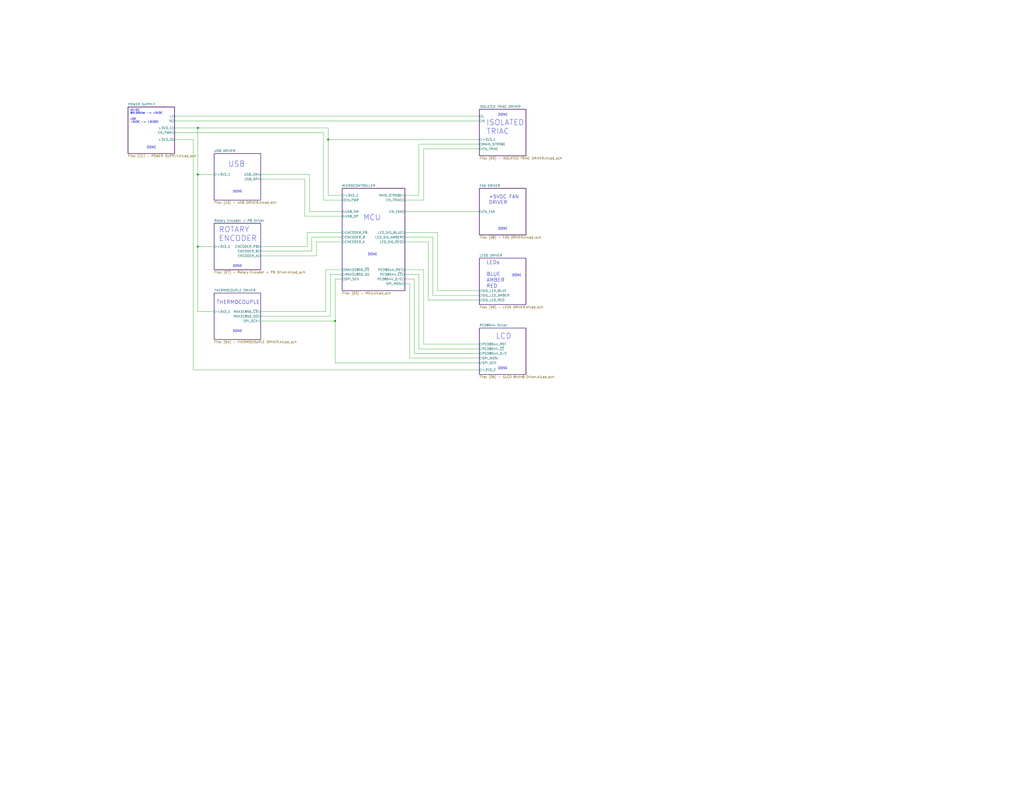
<source format=kicad_sch>
(kicad_sch (version 20230121) (generator eeschema)
  (paper "C")
  (title_block (title "Hot Plate") (date "09/15/2023") (rev "v1.0") (company "Mend0z0") (comment 1 "v1") (comment 2 "RELEASED") (comment 3 "Siavash Taher Parvar") (comment 8 "N/A"))
  (lib_symbols)
  (junction (at 107.95 95.25))
  (junction (at 179.07 76.2))
  (junction (at 107.95 69.85))
  (junction (at 182.88 175.26))
  (junction (at 107.95 134.62))
  (wire (pts (xy 223.52 195.58) (xy 261.62 195.58)))
  (wire (pts (xy 228.6 149.86) (xy 228.6 190.5)))
  (wire (pts (xy 142.24 137.16) (xy 170.18 137.16)))
  (wire (pts (xy 179.07 76.2) (xy 261.62 76.2)))
  (wire (pts (xy 95.25 66.04) (xy 261.62 66.04)))
  (wire (pts (xy 228.6 106.68) (xy 228.6 78.74)))
  (wire (pts (xy 238.76 127) (xy 238.76 158.75)))
  (wire (pts (xy 261.62 161.29) (xy 236.22 161.29)))
  (wire (pts (xy 142.24 134.62) (xy 167.64 134.62)))
  (wire (pts (xy 142.24 139.7) (xy 172.72 139.7)))
  (wire (pts (xy 167.64 127) (xy 186.69 127)))
  (wire (pts (xy 95.25 63.5) (xy 261.62 63.5)))
  (wire (pts (xy 168.91 115.57) (xy 186.69 115.57)))
  (wire (pts (xy 186.69 149.86) (xy 180.34 149.86)))
  (wire (pts (xy 105.41 76.2) (xy 105.41 201.93)))
  (wire (pts (xy 107.95 95.25) (xy 116.84 95.25)))
  (wire (pts (xy 179.07 69.85) (xy 179.07 76.2)))
  (wire (pts (xy 176.53 109.22) (xy 186.69 109.22)))
  (wire (pts (xy 142.24 95.25) (xy 168.91 95.25)))
  (wire (pts (xy 186.69 118.11) (xy 166.37 118.11)))
  (wire (pts (xy 182.88 175.26) (xy 142.24 175.26)))
  (wire (pts (xy 228.6 190.5) (xy 261.62 190.5)))
  (wire (pts (xy 172.72 132.08) (xy 186.69 132.08)))
  (wire (pts (xy 231.14 187.96) (xy 261.62 187.96)))
  (wire (pts (xy 176.53 72.39) (xy 176.53 109.22)))
  (wire (pts (xy 95.25 72.39) (xy 176.53 72.39)))
  (wire (pts (xy 167.64 134.62) (xy 167.64 127)))
  (wire (pts (xy 220.98 152.4) (xy 226.06 152.4)))
  (wire (pts (xy 168.91 95.25) (xy 168.91 115.57)))
  (wire (pts (xy 220.98 106.68) (xy 228.6 106.68)))
  (wire (pts (xy 177.8 147.32) (xy 177.8 170.18)))
  (wire (pts (xy 170.18 129.54) (xy 186.69 129.54)))
  (wire (pts (xy 233.68 163.83) (xy 233.68 132.08)))
  (wire (pts (xy 220.98 115.57) (xy 261.62 115.57)))
  (wire (pts (xy 182.88 198.12) (xy 182.88 175.26)))
  (wire (pts (xy 105.41 201.93) (xy 261.62 201.93)))
  (wire (pts (xy 236.22 161.29) (xy 236.22 129.54)))
  (wire (pts (xy 226.06 193.04) (xy 261.62 193.04)))
  (wire (pts (xy 220.98 129.54) (xy 236.22 129.54)))
  (wire (pts (xy 166.37 97.79) (xy 142.24 97.79)))
  (wire (pts (xy 231.14 109.22) (xy 231.14 81.28)))
  (wire (pts (xy 182.88 152.4) (xy 182.88 175.26)))
  (wire (pts (xy 220.98 127) (xy 238.76 127)))
  (wire (pts (xy 226.06 152.4) (xy 226.06 193.04)))
  (wire (pts (xy 107.95 134.62) (xy 107.95 95.25)))
  (wire (pts (xy 107.95 95.25) (xy 107.95 69.85)))
  (wire (pts (xy 261.62 163.83) (xy 233.68 163.83)))
  (wire (pts (xy 220.98 149.86) (xy 228.6 149.86)))
  (wire (pts (xy 107.95 134.62) (xy 116.84 134.62)))
  (wire (pts (xy 107.95 69.85) (xy 179.07 69.85)))
  (wire (pts (xy 166.37 118.11) (xy 166.37 97.79)))
  (wire (pts (xy 231.14 81.28) (xy 261.62 81.28)))
  (wire (pts (xy 223.52 154.94) (xy 223.52 195.58)))
  (wire (pts (xy 172.72 139.7) (xy 172.72 132.08)))
  (wire (pts (xy 180.34 149.86) (xy 180.34 172.72)))
  (wire (pts (xy 186.69 147.32) (xy 177.8 147.32)))
  (wire (pts (xy 116.84 170.18) (xy 107.95 170.18)))
  (wire (pts (xy 220.98 109.22) (xy 231.14 109.22)))
  (wire (pts (xy 228.6 78.74) (xy 261.62 78.74)))
  (wire (pts (xy 107.95 170.18) (xy 107.95 134.62)))
  (wire (pts (xy 238.76 158.75) (xy 261.62 158.75)))
  (wire (pts (xy 231.14 147.32) (xy 231.14 187.96)))
  (wire (pts (xy 220.98 147.32) (xy 231.14 147.32)))
  (wire (pts (xy 233.68 132.08) (xy 220.98 132.08)))
  (wire (pts (xy 95.25 76.2) (xy 105.41 76.2)))
  (wire (pts (xy 179.07 76.2) (xy 179.07 106.68)))
  (wire (pts (xy 261.62 198.12) (xy 182.88 198.12)))
  (wire (pts (xy 177.8 170.18) (xy 142.24 170.18)))
  (wire (pts (xy 220.98 154.94) (xy 223.52 154.94)))
  (wire (pts (xy 179.07 106.68) (xy 186.69 106.68)))
  (wire (pts (xy 186.69 152.4) (xy 182.88 152.4)))
  (wire (pts (xy 170.18 137.16) (xy 170.18 129.54)))
  (wire (pts (xy 95.25 69.85) (xy 107.95 69.85)))
  (wire (pts (xy 180.34 172.72) (xy 142.24 172.72)))
  (rectangle (start 69.85 58.42) (end 95.25 83.82))
  (rectangle (start 261.62 140.97) (end 287.02 166.37))
  (rectangle (start 116.84 160.02) (end 142.24 185.42))
  (rectangle (start 261.62 59.69) (end 287.02 85.09))
  (rectangle (start 116.84 83.82) (end 142.24 109.22))
  (rectangle (start 116.84 121.92) (end 142.24 147.32))
  (rectangle (start 261.62 179.07) (end 287.02 204.47))
  (rectangle (start 261.62 102.87) (end 287.02 128.27))
  (rectangle (start 186.69 102.87) (end 220.98 158.75))
  (text "DONE" (at 127 181.61 0) (effects (font (size 1.27 1.27)) (justify left bottom)))
  (text "DONE" (at 127 146.05 0) (effects (font (size 1.27 1.27)) (justify left bottom)))
  (text "MCU" (at 198.12 120.65 0) (effects (font (size 3 3)) (justify left bottom)))
  (text "THERMOCOUPLE\n" (at 118.11 166.37 0) (effects (font (size 2 2)) (justify left bottom)))
  (text "AC/DC\n85~305Vac -> +5VDC\n\nLDO\n+5VDC -> +3V3DC" (at 71.12 67.31 0) (effects (font (size 1.016 1.016)) (justify left bottom)))
  (text "DONE" (at 200.66 139.7 0) (effects (font (size 1.27 1.27)) (justify left bottom)))
  (text "DONE" (at 279.4 151.13 0) (effects (font (size 1.27 1.27)) (justify left bottom)))
  (text "USB" (at 124.46 91.44 0) (effects (font (size 3 3)) (justify left bottom)))
  (text "DONE" (at 271.78 125.73 0) (effects (font (size 1.27 1.27)) (justify left bottom)))
  (text "LCD" (at 270.51 185.42 0) (effects (font (size 3 3)) (justify left bottom)))
  (text "DONE" (at 271.78 201.93 0) (effects (font (size 1.27 1.27)) (justify left bottom)))
  (text "DONE" (at 80.01 81.28 0) (effects (font (size 1.27 1.27)) (justify left bottom)))
  (text "ROTARY\nENCODER" (at 119.38 132.08 0) (effects (font (size 3 3)) (justify left bottom)))
  (text "ISOLATED\nTRIAC" (at 265.43 73.66 0) (effects (font (size 3 3)) (justify left bottom)))
  (text "LEDs\n\nBLUE\nAMBER\nRED" (at 265.43 157.48 0) (effects (font (size 2 2)) (justify left bottom)))
  (text "DONE" (at 127 105.41 0) (effects (font (size 1.27 1.27)) (justify left bottom)))
  (text "+5VDC FAN\nDRIVER" (at 266.7 111.76 0) (effects (font (size 1.905 1.905)) (justify left bottom)))
  (text "DONE" (at 271.78 63.5 0) (effects (font (size 1.27 1.27)) (justify left bottom)))
  (sheet (at 116.84 83.82) (size 25.4 25.4) (stroke (width 0.1524))
    (property "Sheetname" "USB DRIVER" (at 116.84 83.1084 0) (effects (justify left bottom)))
    (property "Sheetfile" "[10] - USB DRIVER.kicad_sch" (at 116.84 109.8046 0) (effects (justify left top)))
    (pin "USB_DP" bidirectional (at 142.24 97.79 0))
    (pin "USB_DM" bidirectional (at 142.24 95.25 0))
    (pin "+3V3_1" input (at 116.84 95.25 180))
  )
  (sheet (at 261.62 140.97) (size 25.4 25.4) (stroke (width 0.1524))
    (property "Sheetname" "LEDS DRIVER" (at 261.62 140.2584 0) (effects (justify left bottom)))
    (property "Sheetfile" "[09] - LEDS DRIVER.kicad_sch" (at 261.62 166.9546 0) (effects (justify left top)))
    (pin "SIG_LED_BLUE" input (at 261.62 158.75 180))
    (pin "SIG_LED_AMBER" input (at 261.62 161.29 180))
    (pin "SIG_LED_RED" input (at 261.62 163.83 180))
  )
  (sheet (at 69.85 58.42) (size 25.4 25.4) (stroke (width 0.1524))
    (property "Sheetname" "POWER SUPPLY" (at 69.85 57.7084 0) (effects (justify left bottom)))
    (property "Sheetfile" "[11] - POWER SUPPLY.kicad_sch" (at 69.85 84.4046 0) (effects (justify left top)))
    (pin "+3V3_2" output (at 95.25 76.2 0))
    (pin "+3V3_1" output (at 95.25 69.85 0))
    (pin "N" output (at 95.25 66.04 0))
    (pin "L" input (at 95.25 63.5 0))
    (pin "EN_PWR" input (at 95.25 72.39 0))
  )
  (sheet (at 261.62 179.07) (size 25.4 25.4) (stroke (width 0.1524))
    (property "Sheetname" "PCD8544 Driver" (at 261.62 178.3584 0) (effects (justify left bottom)))
    (property "Sheetfile" "[06] - GLCD 84X48 Driver.kicad_sch" (at 261.62 205.0546 0) (effects (justify left top)))
    (pin "PCD8544_RST" input (at 261.62 187.96 180))
    (pin "SPI_MOSI" input (at 261.62 195.58 180))
    (pin "PCD8544_~{CE}" input (at 261.62 190.5 180))
    (pin "PCD8544_D{slash}C" input (at 261.62 193.04 180))
    (pin "SPI_SCK" input (at 261.62 198.12 180))
    (pin "+3V3_2" input (at 261.62 201.93 180))
  )
  (sheet (at 116.84 160.02) (size 25.4 25.4) (stroke (width 0.1524))
    (property "Sheetname" "THERMOCOUPLE DRIVER" (at 116.84 159.3084 0) (effects (justify left bottom)))
    (property "Sheetfile" "[04] - THERMOCOUPLE DRIVER.kicad_sch" (at 116.84 186.0046 0) (effects (justify left top)))
    (pin "+3V3_1" input (at 116.84 170.18 180))
    (pin "SPI_SCK" input (at 142.24 175.26 0))
    (pin "MAX31855_SO" output (at 142.24 172.72 0))
    (pin "MAX31855_~{CS}" input (at 142.24 170.18 0))
  )
  (sheet (at 261.62 102.87) (size 25.4 25.4) (stroke (width 0.1524))
    (property "Sheetname" "FAN DRIVER" (at 261.62 102.1584 0) (effects (justify left bottom)))
    (property "Sheetfile" "[08] - FAN DRIVER.kicad_sch" (at 261.62 128.8546 0) (effects (justify left top)))
    (pin "EN_FAN" input (at 261.62 115.57 180))
  )
  (sheet (at 261.62 59.69) (size 25.4 25.4) (stroke (width 0.1524))
    (property "Sheetname" "ISOLATED TRIAC DRIVER" (at 261.62 58.9784 0) (effects (justify left bottom)))
    (property "Sheetfile" "[05] - ISOLATED TRIAC DRIVER.kicad_sch" (at 261.62 85.6746 0) (effects (justify left top)))
    (pin "EN_TRIAC" input (at 261.62 81.28 180))
    (pin "MAIN_STROBE" output (at 261.62 78.74 180))
    (pin "N" input (at 261.62 66.04 180))
    (pin "L" output (at 261.62 63.5 180))
    (pin "+3V3_1" input (at 261.62 76.2 180))
  )
  (sheet (at 116.84 121.92) (size 25.4 25.4) (stroke (width 0.1524))
    (property "Sheetname" "Rotary Encoder + PB Driver" (at 116.84 121.2084 0) (effects (justify left bottom)))
    (property "Sheetfile" "[07] - Rotary Encoder + PB Driver.kicad_sch" (at 116.84 147.9046 0) (effects (justify left top)))
    (pin "ENCODER_PB" output (at 142.24 134.62 0))
    (pin "ENCODER_B" output (at 142.24 137.16 0))
    (pin "ENCODER_A" output (at 142.24 139.7 0))
    (pin "+3V3_1" input (at 116.84 134.62 180))
  )
  (sheet (at 186.69 102.87) (size 34.29 55.88) (stroke (width 0.1524))
    (property "Sheetname" "MICROCONTROLLER" (at 186.69 102.1584 0) (effects (justify left bottom)))
    (property "Sheetfile" "[03] - MCU.kicad_sch" (at 186.69 159.3346 0) (effects (justify left top)))
    (pin "EN_TRIAC" output (at 220.98 109.22 0))
    (pin "LED_SIG_AMBER" output (at 220.98 129.54 0))
    (pin "EN_FAN" output (at 220.98 115.57 0))
    (pin "+3V3_1" input (at 186.69 106.68 180))
    (pin "SPI_SCK" output (at 186.69 152.4 180))
    (pin "SPI_MOSI" output (at 220.98 154.94 0))
    (pin "MAX31855_SO" input (at 186.69 149.86 180))
    (pin "ENCODER_A" input (at 186.69 132.08 180))
    (pin "ENCODER_B" input (at 186.69 129.54 180))
    (pin "EN_PWR" output (at 186.69 109.22 180))
    (pin "PCD8544_D{slash}C" output (at 220.98 152.4 0))
    (pin "LED_SIG_BLUE" output (at 220.98 127 0))
    (pin "PCD8544_~{CE}" output (at 220.98 149.86 0))
    (pin "PCD8544_RST" output (at 220.98 147.32 0))
    (pin "MAX31855_~{CS}" output (at 186.69 147.32 180))
    (pin "LED_SIG_RED" output (at 220.98 132.08 0))
    (pin "ENCODER_PB" input (at 186.69 127 180))
    (pin "MAIN_STROBE" input (at 220.98 106.68 0))
    (pin "USB_DM" bidirectional (at 186.69 115.57 180))
    (pin "USB_DP" bidirectional (at 186.69 118.11 180))
  )
)
</source>
